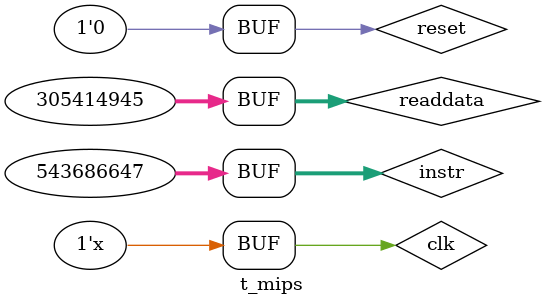
<source format=v>
`timescale 1ns / 1ps

module t_mips( );
  reg clk, reset;
  reg [31:0] instr, readdata;
  wire [31:0] pc, aluout, writedata;
  wire memwrite;
  
  mips test(clk, reset, pc, instr, memwrite, aluout, writedata, readdata);
  
  initial begin
    clk = 0;
    reset = 0;
    readdata = 'h12344321;
    #50 instr = 'h20020005;
    #50 instr = 'h2003000C;
    #50 instr = 'h2067FFF7;
  end
  
  always begin
    #10 clk = ~clk;
  end
endmodule

</source>
